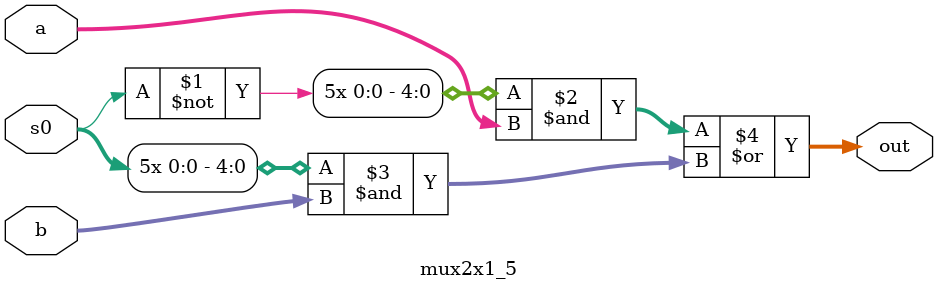
<source format=v>
`timescale 1ns / 1ps

module mux2x1_5(
    input s0,
    input [4:0] a,
    input [4:0] b,
    output [4:0] out
    );
    
    assign out = {5{(~s0)}}&a | {5{s0}}&b ;
    
endmodule


</source>
